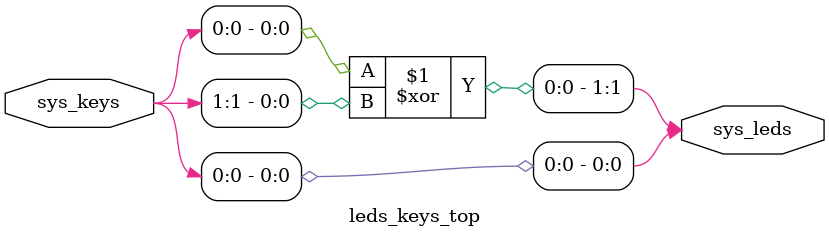
<source format=v>
`timescale 1ns / 1ps
`resetall
`default_nettype none

module leds_keys_top (
    input  wire[1:0] sys_keys,
    output wire[1:0] sys_leds
);
// Core logic here
assign sys_leds[0] = sys_keys[0];
assign sys_leds[1] = sys_keys[0] ^ sys_keys[1];
// End of logic
endmodule

`resetall
</source>
